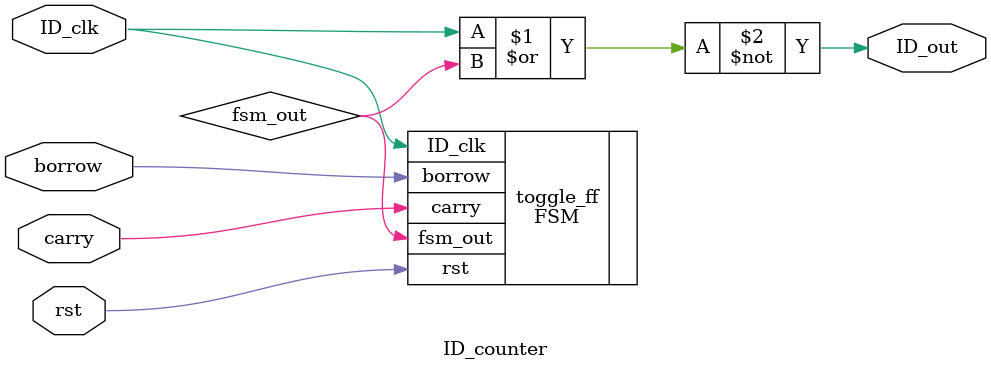
<source format=v>
module ID_counter(
    input carry,borrow,ID_clk,rst,
    output ID_out
);
    wire fsm_out;
    FSM toggle_ff(
        .carry(carry),
        .borrow(borrow),
        .ID_clk(ID_clk),
        .rst(rst),
        .fsm_out(fsm_out)
    );

    assign ID_out=~(ID_clk|fsm_out);

endmodule
</source>
